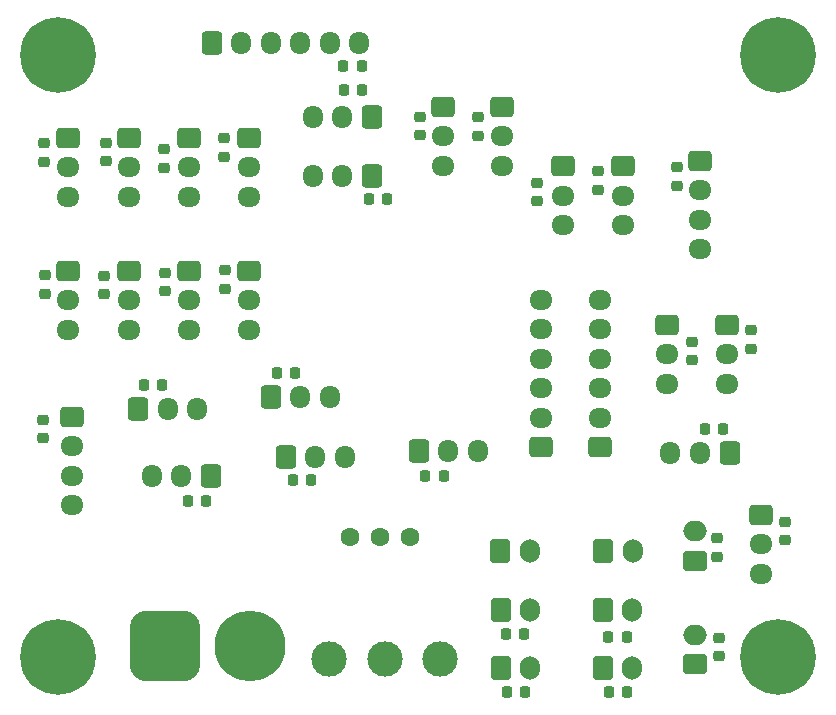
<source format=gbr>
%TF.GenerationSoftware,KiCad,Pcbnew,9.0.0*%
%TF.CreationDate,2025-03-22T22:53:28+01:00*%
%TF.ProjectId,PCB_Aquarium2,5043425f-4171-4756-9172-69756d322e6b,rev?*%
%TF.SameCoordinates,Original*%
%TF.FileFunction,Soldermask,Bot*%
%TF.FilePolarity,Negative*%
%FSLAX46Y46*%
G04 Gerber Fmt 4.6, Leading zero omitted, Abs format (unit mm)*
G04 Created by KiCad (PCBNEW 9.0.0) date 2025-03-22 22:53:28*
%MOMM*%
%LPD*%
G01*
G04 APERTURE LIST*
G04 Aperture macros list*
%AMRoundRect*
0 Rectangle with rounded corners*
0 $1 Rounding radius*
0 $2 $3 $4 $5 $6 $7 $8 $9 X,Y pos of 4 corners*
0 Add a 4 corners polygon primitive as box body*
4,1,4,$2,$3,$4,$5,$6,$7,$8,$9,$2,$3,0*
0 Add four circle primitives for the rounded corners*
1,1,$1+$1,$2,$3*
1,1,$1+$1,$4,$5*
1,1,$1+$1,$6,$7*
1,1,$1+$1,$8,$9*
0 Add four rect primitives between the rounded corners*
20,1,$1+$1,$2,$3,$4,$5,0*
20,1,$1+$1,$4,$5,$6,$7,0*
20,1,$1+$1,$6,$7,$8,$9,0*
20,1,$1+$1,$8,$9,$2,$3,0*%
G04 Aperture macros list end*
%ADD10RoundRect,0.250000X-0.725000X0.600000X-0.725000X-0.600000X0.725000X-0.600000X0.725000X0.600000X0*%
%ADD11O,1.950000X1.700000*%
%ADD12RoundRect,0.250000X0.750000X-0.600000X0.750000X0.600000X-0.750000X0.600000X-0.750000X-0.600000X0*%
%ADD13O,2.000000X1.700000*%
%ADD14RoundRect,0.250000X-0.600000X-0.725000X0.600000X-0.725000X0.600000X0.725000X-0.600000X0.725000X0*%
%ADD15O,1.700000X1.950000*%
%ADD16RoundRect,0.250000X0.725000X-0.600000X0.725000X0.600000X-0.725000X0.600000X-0.725000X-0.600000X0*%
%ADD17C,0.800000*%
%ADD18C,6.400000*%
%ADD19RoundRect,0.250000X0.600000X0.725000X-0.600000X0.725000X-0.600000X-0.725000X0.600000X-0.725000X0*%
%ADD20RoundRect,0.250000X-0.600000X-0.750000X0.600000X-0.750000X0.600000X0.750000X-0.600000X0.750000X0*%
%ADD21O,1.700000X2.000000*%
%ADD22C,3.000000*%
%ADD23RoundRect,1.500000X-1.500000X-1.500000X1.500000X-1.500000X1.500000X1.500000X-1.500000X1.500000X0*%
%ADD24C,6.000000*%
%ADD25C,1.600000*%
%ADD26RoundRect,0.225000X0.250000X-0.225000X0.250000X0.225000X-0.250000X0.225000X-0.250000X-0.225000X0*%
%ADD27RoundRect,0.225000X-0.250000X0.225000X-0.250000X-0.225000X0.250000X-0.225000X0.250000X0.225000X0*%
%ADD28RoundRect,0.225000X0.225000X0.250000X-0.225000X0.250000X-0.225000X-0.250000X0.225000X-0.250000X0*%
%ADD29RoundRect,0.225000X-0.225000X-0.250000X0.225000X-0.250000X0.225000X0.250000X-0.225000X0.250000X0*%
G04 APERTURE END LIST*
D10*
%TO.C,J34*%
X174400000Y-86990000D03*
D11*
X174400000Y-89490000D03*
X174400000Y-91990000D03*
X174400000Y-94490000D03*
%TD*%
D10*
%TO.C,J38*%
X121230000Y-108660000D03*
D11*
X121230000Y-111160000D03*
X121230000Y-113660000D03*
X121230000Y-116160000D03*
%TD*%
D10*
%TO.C,J11*%
X120900000Y-85050000D03*
D11*
X120900000Y-87550000D03*
X120900000Y-90050000D03*
%TD*%
D12*
%TO.C,J4*%
X174000000Y-120870000D03*
D13*
X174000000Y-118370000D03*
%TD*%
D10*
%TO.C,J25*%
X157650000Y-82400000D03*
D11*
X157650000Y-84900000D03*
X157650000Y-87400000D03*
%TD*%
D10*
%TO.C,J36*%
X171600000Y-100850000D03*
D11*
X171600000Y-103350000D03*
X171600000Y-105850000D03*
%TD*%
D14*
%TO.C,J19*%
X150550000Y-111550000D03*
D15*
X153050000Y-111550000D03*
X155550000Y-111550000D03*
%TD*%
D16*
%TO.C,J2*%
X160950000Y-111250000D03*
D11*
X160950000Y-108750000D03*
X160950000Y-106250000D03*
X160950000Y-103750000D03*
X160950000Y-101250000D03*
X160950000Y-98750000D03*
%TD*%
D14*
%TO.C,J31*%
X126800000Y-108000000D03*
D15*
X129300000Y-108000000D03*
X131800000Y-108000000D03*
%TD*%
D10*
%TO.C,J37*%
X162800000Y-87450000D03*
D11*
X162800000Y-89950000D03*
X162800000Y-92450000D03*
%TD*%
D10*
%TO.C,J29*%
X167900000Y-87450000D03*
D11*
X167900000Y-89950000D03*
X167900000Y-92450000D03*
%TD*%
D17*
%TO.C,H4*%
X117600000Y-129000000D03*
X118302944Y-127302944D03*
X118302944Y-130697056D03*
X120000000Y-126600000D03*
D18*
X120000000Y-129000000D03*
D17*
X120000000Y-131400000D03*
X121697056Y-127302944D03*
X121697056Y-130697056D03*
X122400000Y-129000000D03*
%TD*%
D10*
%TO.C,J30*%
X136200000Y-96300000D03*
D11*
X136200000Y-98800000D03*
X136200000Y-101300000D03*
%TD*%
D10*
%TO.C,J9*%
X131100000Y-85050000D03*
D11*
X131100000Y-87550000D03*
X131100000Y-90050000D03*
%TD*%
D19*
%TO.C,J15*%
X176880000Y-111730000D03*
D15*
X174380000Y-111730000D03*
X171880000Y-111730000D03*
%TD*%
D10*
%TO.C,J13*%
X131100000Y-96300000D03*
D11*
X131100000Y-98800000D03*
X131100000Y-101300000D03*
%TD*%
D19*
%TO.C,J18*%
X132950000Y-113700000D03*
D15*
X130450000Y-113700000D03*
X127950000Y-113700000D03*
%TD*%
D10*
%TO.C,J28*%
X126000000Y-96300000D03*
D11*
X126000000Y-98800000D03*
X126000000Y-101300000D03*
%TD*%
D20*
%TO.C,J22*%
X157500000Y-125020000D03*
D21*
X160000000Y-125020000D03*
%TD*%
D12*
%TO.C,J5*%
X173960000Y-129610000D03*
D13*
X173960000Y-127110000D03*
%TD*%
D17*
%TO.C,H2*%
X117600000Y-78000000D03*
X118302944Y-76302944D03*
X118302944Y-79697056D03*
X120000000Y-75600000D03*
D18*
X120000000Y-78000000D03*
D17*
X120000000Y-80400000D03*
X121697056Y-76302944D03*
X121697056Y-79697056D03*
X122400000Y-78000000D03*
%TD*%
D20*
%TO.C,J20*%
X157490000Y-120040000D03*
D21*
X159990000Y-120040000D03*
%TD*%
D20*
%TO.C,J32*%
X157500000Y-129920000D03*
D21*
X160000000Y-129920000D03*
%TD*%
D22*
%TO.C,SW2*%
X152400000Y-129200000D03*
X147700000Y-129200000D03*
X143000000Y-129200000D03*
%TD*%
D10*
%TO.C,J14*%
X179550000Y-116970000D03*
D11*
X179550000Y-119470000D03*
X179550000Y-121970000D03*
%TD*%
D10*
%TO.C,J10*%
X126000000Y-85050000D03*
D11*
X126000000Y-87550000D03*
X126000000Y-90050000D03*
%TD*%
D14*
%TO.C,J17*%
X139300000Y-112050000D03*
D15*
X141800000Y-112050000D03*
X144300000Y-112050000D03*
%TD*%
D14*
%TO.C,J6*%
X133050000Y-77000000D03*
D15*
X135550000Y-77000000D03*
X138050000Y-77000000D03*
X140550000Y-77000000D03*
X143050000Y-77000000D03*
X145550000Y-77000000D03*
%TD*%
D10*
%TO.C,J24*%
X152600000Y-82400000D03*
D11*
X152600000Y-84900000D03*
X152600000Y-87400000D03*
%TD*%
D17*
%TO.C,H1*%
X178600000Y-78000000D03*
X179302944Y-76302944D03*
X179302944Y-79697056D03*
X181000000Y-75600000D03*
D18*
X181000000Y-78000000D03*
D17*
X181000000Y-80400000D03*
X182697056Y-76302944D03*
X182697056Y-79697056D03*
X183400000Y-78000000D03*
%TD*%
D23*
%TO.C,J33*%
X129100000Y-128050000D03*
D24*
X136300000Y-128050000D03*
%TD*%
D19*
%TO.C,J27*%
X146600000Y-88300000D03*
D15*
X144100000Y-88300000D03*
X141600000Y-88300000D03*
%TD*%
D10*
%TO.C,J12*%
X176650000Y-100850000D03*
D11*
X176650000Y-103350000D03*
X176650000Y-105850000D03*
%TD*%
D25*
%TO.C,U2*%
X149850000Y-118800000D03*
X147310000Y-118800000D03*
X144770000Y-118800000D03*
%TD*%
D20*
%TO.C,J21*%
X166170000Y-120040000D03*
D21*
X168670000Y-120040000D03*
%TD*%
D19*
%TO.C,J26*%
X146600000Y-83250000D03*
D15*
X144100000Y-83250000D03*
X141600000Y-83250000D03*
%TD*%
D10*
%TO.C,J8*%
X120900000Y-96300000D03*
D11*
X120900000Y-98800000D03*
X120900000Y-101300000D03*
%TD*%
D16*
%TO.C,J7*%
X165950000Y-111250000D03*
D11*
X165950000Y-108750000D03*
X165950000Y-106250000D03*
X165950000Y-103750000D03*
X165950000Y-101250000D03*
X165950000Y-98750000D03*
%TD*%
D14*
%TO.C,J16*%
X138050000Y-107000000D03*
D15*
X140550000Y-107000000D03*
X143050000Y-107000000D03*
%TD*%
D20*
%TO.C,J3*%
X166150000Y-129920000D03*
D21*
X168650000Y-129920000D03*
%TD*%
D20*
%TO.C,J23*%
X166150000Y-125020000D03*
D21*
X168650000Y-125020000D03*
%TD*%
D10*
%TO.C,J1*%
X136200000Y-85050000D03*
D11*
X136200000Y-87550000D03*
X136200000Y-90050000D03*
%TD*%
D17*
%TO.C,H3*%
X178600000Y-129000000D03*
X179302944Y-127302944D03*
X179302944Y-130697056D03*
X181000000Y-126600000D03*
D18*
X181000000Y-129000000D03*
D17*
X181000000Y-131400000D03*
X182697056Y-127302944D03*
X182697056Y-130697056D03*
X183400000Y-129000000D03*
%TD*%
D26*
%TO.C,C44*%
X118770000Y-110480000D03*
X118770000Y-108930000D03*
%TD*%
%TO.C,C34*%
X123910000Y-98260000D03*
X123910000Y-96710000D03*
%TD*%
D27*
%TO.C,C13*%
X175830000Y-118950000D03*
X175830000Y-120500000D03*
%TD*%
D26*
%TO.C,C31*%
X155550000Y-84860000D03*
X155550000Y-83310000D03*
%TD*%
D28*
%TO.C,C26*%
X132550000Y-115760000D03*
X131000000Y-115760000D03*
%TD*%
D29*
%TO.C,C25*%
X139910000Y-114040000D03*
X141460000Y-114040000D03*
%TD*%
D26*
%TO.C,C22*%
X181600000Y-119090000D03*
X181600000Y-117540000D03*
%TD*%
%TO.C,C36*%
X134150000Y-97810000D03*
X134150000Y-96260000D03*
%TD*%
%TO.C,C35*%
X165780000Y-89440000D03*
X165780000Y-87890000D03*
%TD*%
%TO.C,C41*%
X172400000Y-89095000D03*
X172400000Y-87545000D03*
%TD*%
D29*
%TO.C,C32*%
X144205000Y-81030000D03*
X145755000Y-81030000D03*
%TD*%
D26*
%TO.C,C43*%
X160620000Y-90390000D03*
X160620000Y-88840000D03*
%TD*%
D28*
%TO.C,C37*%
X128830000Y-105950000D03*
X127280000Y-105950000D03*
%TD*%
D26*
%TO.C,C16*%
X124060000Y-87035000D03*
X124060000Y-85485000D03*
%TD*%
%TO.C,C42*%
X173700000Y-103850000D03*
X173700000Y-102300000D03*
%TD*%
D29*
%TO.C,C29*%
X157965000Y-127060000D03*
X159515000Y-127060000D03*
%TD*%
D28*
%TO.C,C24*%
X140100000Y-104990000D03*
X138550000Y-104990000D03*
%TD*%
%TO.C,C12*%
X168240000Y-131990000D03*
X166690000Y-131990000D03*
%TD*%
D26*
%TO.C,C11*%
X134100000Y-86630000D03*
X134100000Y-85080000D03*
%TD*%
D28*
%TO.C,C33*%
X147920000Y-90220000D03*
X146370000Y-90220000D03*
%TD*%
D26*
%TO.C,C20*%
X178660000Y-102900000D03*
X178660000Y-101350000D03*
%TD*%
%TO.C,C18*%
X129030000Y-87570000D03*
X129030000Y-86020000D03*
%TD*%
%TO.C,C17*%
X118890000Y-98240000D03*
X118890000Y-96690000D03*
%TD*%
D28*
%TO.C,C15*%
X145745000Y-78990000D03*
X144195000Y-78990000D03*
%TD*%
D26*
%TO.C,C21*%
X129060000Y-98000000D03*
X129060000Y-96450000D03*
%TD*%
D28*
%TO.C,C40*%
X159600000Y-131950000D03*
X158050000Y-131950000D03*
%TD*%
%TO.C,C27*%
X152675000Y-113690000D03*
X151125000Y-113690000D03*
%TD*%
D27*
%TO.C,C14*%
X176020000Y-127390000D03*
X176020000Y-128940000D03*
%TD*%
D26*
%TO.C,C19*%
X118820000Y-87050000D03*
X118820000Y-85500000D03*
%TD*%
D29*
%TO.C,C23*%
X174795000Y-109710000D03*
X176345000Y-109710000D03*
%TD*%
D28*
%TO.C,C28*%
X168160000Y-127280000D03*
X166610000Y-127280000D03*
%TD*%
D26*
%TO.C,C30*%
X150710000Y-84800000D03*
X150710000Y-83250000D03*
%TD*%
M02*

</source>
